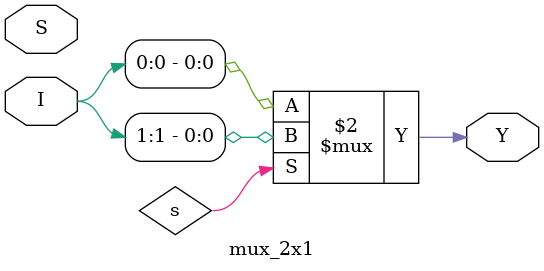
<source format=v>
module mux_2x1(Y,I,S);
  input [1:0]I;
  input S;
  output Y;
  assign Y= (s==1'd0)?I[0]:I[1];
endmodule

</source>
